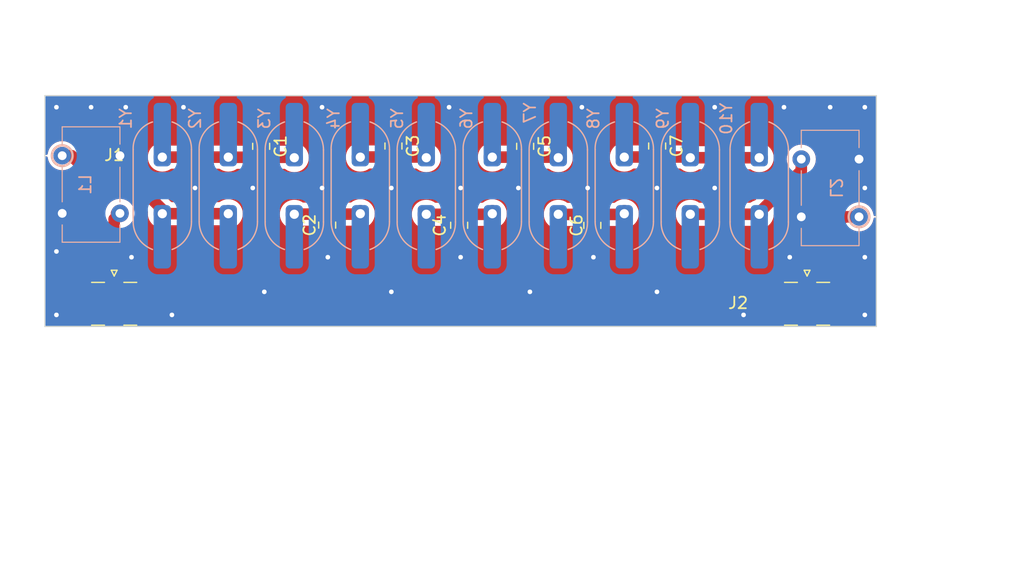
<source format=kicad_pcb>
(kicad_pcb (version 20221018) (generator pcbnew)
  (layers (0 "F.Cu" signal) (31 "B.Cu" signal) (34 "B.Paste" user) (35 "F.Paste" user) (36 "B.SilkS" user "B.Silkscreen") (37 "F.SilkS" user "F.Silkscreen") (38 "B.Mask" user) (39 "F.Mask" user) (44 "Edge.Cuts" user))
  (net 0 "")
  (net 1 "Earth")
  (net 2 "Net-(C1-Pad2)")
  (net 3 "Net-(C2-Pad2)")
  (net 4 "Net-(C3-Pad2)")
  (net 5 "Net-(C4-Pad2)")
  (net 6 "Net-(C5-Pad2)")
  (net 7 "Net-(C6-Pad2)")
  (net 8 "Net-(C7-Pad2)")
  (net 9 "Net-(J1-In)")
  (net 10 "Net-(J2-In)")
  (net 11 "Net-(L1-Pad1)")
  (net 12 "Net-(L2-Pad3)")
  (footprint "Capacitor_SMD:C_0805_2012Metric" (layer "F.Cu") (at -552.2722 71.3892 -90)
    (fp_text reference "C1" (at 0 -1.68 90) (layer "F.SilkS"))
    (fp_text value "330")
    (fp_line (start -0.261252 -0.735) (end 0.261252 -0.735) (stroke (width 0.12)) (layer "F.SilkS"))
    (fp_line (start -0.261252 0.735) (end 0.261252 0.735) (stroke (width 0.12)) (layer "F.SilkS"))
    (pad "1" smd roundrect (at -0.95 0 270) (size 1 1.45) (layers "F.Cu" "F.Paste" "F.Mask") (net 1 "Earth"))
    (pad "2" smd roundrect (at 0.95 0 270) (size 1 1.45) (layers "F.Cu" "F.Paste" "F.Mask") (net 2 "Net-(C1-Pad2)"))
  )
  (footprint "Capacitor_SMD:C_0805_2012Metric" (layer "F.Cu") (at -529.4122 71.3892 -90)
    (fp_text reference "C5" (at 0 -1.68 90) (layer "F.SilkS"))
    (fp_text value "330")
    (fp_line (start -0.261252 -0.735) (end 0.261252 -0.735) (stroke (width 0.12)) (layer "F.SilkS"))
    (fp_line (start -0.261252 0.735) (end 0.261252 0.735) (stroke (width 0.12)) (layer "F.SilkS"))
    (pad "1" smd roundrect (at -0.95 0 270) (size 1 1.45) (layers "F.Cu" "F.Paste" "F.Mask") (net 1 "Earth"))
    (pad "2" smd roundrect (at 0.95 0 270) (size 1 1.45) (layers "F.Cu" "F.Paste" "F.Mask") (net 6 "Net-(C5-Pad2)"))
  )
  (footprint "Capacitor_SMD:C_0805_2012Metric" (layer "F.Cu") (at -523.5956 78.2422 90)
    (fp_text reference "C6" (at 0 -1.3716 90) (layer "F.SilkS"))
    (fp_text value "330")
    (fp_line (start -0.261252 -0.735) (end 0.261252 -0.735) (stroke (width 0.12)) (layer "F.SilkS"))
    (fp_line (start -0.261252 0.735) (end 0.261252 0.735) (stroke (width 0.12)) (layer "F.SilkS"))
    (pad "1" smd roundrect (at -0.95 0 90) (size 1 1.45) (layers "F.Cu" "F.Paste" "F.Mask") (net 1 "Earth"))
    (pad "2" smd roundrect (at 0.95 0 90) (size 1 1.45) (layers "F.Cu" "F.Paste" "F.Mask") (net 7 "Net-(C6-Pad2)"))
  )
  (footprint "Connector_Coaxial:SMA_Samtec_SMA-J-P-X-ST-EM1_EdgeMount" (layer "F.Cu") (at -565 84.89)
    (fp_text reference "J1" (at 0 -12.7445) (layer "F.SilkS"))
    (fp_text value "Input")
    (fp_line (start -1.95 -1.71) (end -0.84 -1.71) (stroke (width 0.12)) (layer "F.SilkS"))
    (fp_line (start -1.95 2) (end -0.84 2) (stroke (width 0.12)) (layer "F.SilkS"))
    (fp_line (start -0.25 -2.76) (end 0 -2.26) (stroke (width 0.12)) (layer "F.SilkS"))
    (fp_line (start 0 -2.26) (end 0.25 -2.76) (stroke (width 0.12)) (layer "F.SilkS"))
    (fp_line (start 0.25 -2.76) (end -0.25 -2.76) (stroke (width 0.12)) (layer "F.SilkS"))
    (fp_line (start 0.84 -1.71) (end 1.95 -1.71) (stroke (width 0.12)) (layer "F.SilkS"))
    (fp_line (start 0.84 2) (end 1.95 2) (stroke (width 0.12)) (layer "F.SilkS"))
    (pad "1" smd rect (at 0 0.2) (size 1.27 3.6) (layers "F.Cu" "F.Paste" "F.Mask") (net 9 "Net-(J1-In)"))
    (pad "2" smd rect (at -2.825 0) (size 1.35 4.2) (layers "F.Cu" "F.Paste" "F.Mask") (net 1 "Earth"))
    (pad "2" smd rect (at -2.825 0) (size 1.35 4.2) (layers "B.Cu" "B.Paste" "B.Mask") (net 1 "Earth"))
    (pad "2" smd rect (at 2.825 0) (size 1.35 4.2) (layers "F.Cu" "F.Paste" "F.Mask") (net 1 "Earth"))
    (pad "2" smd rect (at 2.825 0) (size 1.35 4.2) (layers "B.Cu" "B.Paste" "B.Mask") (net 1 "Earth"))
  )
  (footprint "Capacitor_SMD:C_0805_2012Metric" (layer "F.Cu") (at -517.9822 71.3638 -90)
    (fp_text reference "C7" (at 0 -1.68 90) (layer "F.SilkS"))
    (fp_text value "330")
    (fp_line (start -0.261252 -0.735) (end 0.261252 -0.735) (stroke (width 0.12)) (layer "F.SilkS"))
    (fp_line (start -0.261252 0.735) (end 0.261252 0.735) (stroke (width 0.12)) (layer "F.SilkS"))
    (pad "1" smd roundrect (at -0.95 0 270) (size 1 1.45) (layers "F.Cu" "F.Paste" "F.Mask") (net 1 "Earth"))
    (pad "2" smd roundrect (at 0.95 0 270) (size 1 1.45) (layers "F.Cu" "F.Paste" "F.Mask") (net 8 "Net-(C7-Pad2)"))
  )
  (footprint "Capacitor_SMD:C_0805_2012Metric" (layer "F.Cu") (at -546.5572 78.2168 90)
    (fp_text reference "C2" (at 0 -1.524 90) (layer "F.SilkS"))
    (fp_text value "330")
    (fp_line (start -0.261252 -0.735) (end 0.261252 -0.735) (stroke (width 0.12)) (layer "F.SilkS"))
    (fp_line (start -0.261252 0.735) (end 0.261252 0.735) (stroke (width 0.12)) (layer "F.SilkS"))
    (pad "1" smd roundrect (at -0.95 0 90) (size 1 1.45) (layers "F.Cu" "F.Paste" "F.Mask") (net 1 "Earth"))
    (pad "2" smd roundrect (at 0.95 0 90) (size 1 1.45) (layers "F.Cu" "F.Paste" "F.Mask") (net 3 "Net-(C2-Pad2)"))
  )
  (footprint "Capacitor_SMD:C_0805_2012Metric" (layer "F.Cu") (at -540.8168 71.3638 -90)
    (fp_text reference "C3" (at 0 -1.68 90) (layer "F.SilkS"))
    (fp_text value "330")
    (fp_line (start -0.261252 -0.735) (end 0.261252 -0.735) (stroke (width 0.12)) (layer "F.SilkS"))
    (fp_line (start -0.261252 0.735) (end 0.261252 0.735) (stroke (width 0.12)) (layer "F.SilkS"))
    (pad "1" smd roundrect (at -0.95 0 270) (size 1 1.45) (layers "F.Cu" "F.Paste" "F.Mask") (net 1 "Earth"))
    (pad "2" smd roundrect (at 0.95 0 270) (size 1 1.45) (layers "F.Cu" "F.Paste" "F.Mask") (net 4 "Net-(C3-Pad2)"))
  )
  (footprint "Capacitor_SMD:C_0805_2012Metric" (layer "F.Cu") (at -535.1272 78.232 90)
    (fp_text reference "C4" (at 0 -1.68 90) (layer "F.SilkS"))
    (fp_text value "330")
    (fp_line (start -0.261252 -0.735) (end 0.261252 -0.735) (stroke (width 0.12)) (layer "F.SilkS"))
    (fp_line (start -0.261252 0.735) (end 0.261252 0.735) (stroke (width 0.12)) (layer "F.SilkS"))
    (pad "1" smd roundrect (at -0.95 0 90) (size 1 1.45) (layers "F.Cu" "F.Paste" "F.Mask") (net 1 "Earth"))
    (pad "2" smd roundrect (at 0.95 0 90) (size 1 1.45) (layers "F.Cu" "F.Paste" "F.Mask") (net 5 "Net-(C4-Pad2)"))
  )
  (footprint "Connector_Coaxial:SMA_Samtec_SMA-J-P-X-ST-EM1_EdgeMount" (layer "F.Cu") (at -505 84.89)
    (fp_text reference "J2" (at -5.969 0.073) (layer "F.SilkS"))
    (fp_text value "Output")
    (fp_line (start -1.95 -1.71) (end -0.84 -1.71) (stroke (width 0.12)) (layer "F.SilkS"))
    (fp_line (start -1.95 2) (end -0.84 2) (stroke (width 0.12)) (layer "F.SilkS"))
    (fp_line (start -0.25 -2.76) (end 0 -2.26) (stroke (width 0.12)) (layer "F.SilkS"))
    (fp_line (start 0 -2.26) (end 0.25 -2.76) (stroke (width 0.12)) (layer "F.SilkS"))
    (fp_line (start 0.25 -2.76) (end -0.25 -2.76) (stroke (width 0.12)) (layer "F.SilkS"))
    (fp_line (start 0.84 -1.71) (end 1.95 -1.71) (stroke (width 0.12)) (layer "F.SilkS"))
    (fp_line (start 0.84 2) (end 1.95 2) (stroke (width 0.12)) (layer "F.SilkS"))
    (pad "1" smd rect (at 0 0.2) (size 1.27 3.6) (layers "F.Cu" "F.Paste" "F.Mask") (net 10 "Net-(J2-In)"))
    (pad "2" smd rect (at -2.825 0) (size 1.35 4.2) (layers "F.Cu" "F.Paste" "F.Mask") (net 1 "Earth"))
    (pad "2" smd rect (at -2.825 0) (size 1.35 4.2) (layers "B.Cu" "B.Paste" "B.Mask") (net 1 "Earth"))
    (pad "2" smd rect (at 2.825 0) (size 1.35 4.2) (layers "F.Cu" "F.Paste" "F.Mask") (net 1 "Earth"))
    (pad "2" smd rect (at 2.825 0) (size 1.35 4.2) (layers "B.Cu" "B.Paste" "B.Mask") (net 1 "Earth"))
  )
  (footprint "PhilsFootprintLibrary:Crystal_HC49-US_Vertical" (layer "B.Cu") (at -560.832 77.228 90)
    (fp_text reference "Y1" (at 8.228 -3.168 90) (layer "B.SilkS") (effects (justify mirror)))
    (fp_text value "8MHz")
    (fp_line (start -0.685 -2.525) (end 5.565 -2.525) (stroke (width 0.12)) (layer "B.SilkS"))
    (fp_line (start -0.685 2.525) (end 5.565 2.525) (stroke (width 0.12)) (layer "B.SilkS"))
    (fp_arc (start -3.1 -0.85) (mid -2.151701 -2.061213) (end -0.685 -2.525) (stroke (width 0.12)) (layer "B.SilkS"))
    (fp_arc (start -0.702178 2.525) (mid -2.16464 2.064782) (end -3.1 0.85) (stroke (width 0.12)) (layer "B.SilkS"))
    (fp_arc (start 5.565 -2.525) (mid 7.036276 -2.084444) (end 7.95 -0.85) (stroke (width 0.12)) (layer "B.SilkS"))
    (fp_arc (start 7.95 0.85) (mid 7.030668 2.076458) (end 5.565 2.525) (stroke (width 0.12)) (layer "B.SilkS"))
    (pad "1" thru_hole circle (at 0 0 90) (size 1.5 1.5) (drill 0.8) (layers "*.Cu" "*.Mask") (net 11 "Net-(L1-Pad1)"))
    (pad "1" smd roundrect (at 0 0 90) (size 5.5 1.5) (drill (offset -2 0)) (layers "B.Cu" "B.Paste" "B.Mask") (net 11 "Net-(L1-Pad1)"))
    (pad "2" thru_hole circle (at 4.9 0 90) (size 1.5 1.5) (drill 0.8) (layers "*.Cu" "*.Mask") (net 2 "Net-(C1-Pad2)"))
    (pad "2" smd roundrect (at 5.1 0 90) (size 5.5 1.5) (drill (offset 1.75 0)) (layers "B.Cu" "B.Paste" "B.Mask") (net 2 "Net-(C1-Pad2)"))
  )
  (footprint "PhilsFootprintLibrary:Crystal_HC49-US_Vertical" (layer "B.Cu") (at -555.117 77.228 90)
    (fp_text reference "Y2" (at 8.228 -2.883 90) (layer "B.SilkS") (effects (justify mirror)))
    (fp_text value "8MHz")
    (fp_line (start -0.685 -2.525) (end 5.565 -2.525) (stroke (width 0.12)) (layer "B.SilkS"))
    (fp_line (start -0.685 2.525) (end 5.565 2.525) (stroke (width 0.12)) (layer "B.SilkS"))
    (fp_arc (start -3.1 -0.85) (mid -2.151701 -2.061213) (end -0.685 -2.525) (stroke (width 0.12)) (layer "B.SilkS"))
    (fp_arc (start -0.702178 2.525) (mid -2.16464 2.064782) (end -3.1 0.85) (stroke (width 0.12)) (layer "B.SilkS"))
    (fp_arc (start 5.565 -2.525) (mid 7.036276 -2.084444) (end 7.95 -0.85) (stroke (width 0.12)) (layer "B.SilkS"))
    (fp_arc (start 7.95 0.85) (mid 7.030668 2.076458) (end 5.565 2.525) (stroke (width 0.12)) (layer "B.SilkS"))
    (pad "1" thru_hole circle (at 0 0 90) (size 1.5 1.5) (drill 0.8) (layers "*.Cu" "*.Mask") (net 11 "Net-(L1-Pad1)"))
    (pad "1" smd roundrect (at 0 0 90) (size 5.5 1.5) (drill (offset -2 0)) (layers "B.Cu" "B.Paste" "B.Mask") (net 11 "Net-(L1-Pad1)"))
    (pad "2" thru_hole circle (at 4.9 0 90) (size 1.5 1.5) (drill 0.8) (layers "*.Cu" "*.Mask") (net 2 "Net-(C1-Pad2)"))
    (pad "2" smd roundrect (at 5.1 0 90) (size 5.5 1.5) (drill (offset 1.75 0)) (layers "B.Cu" "B.Paste" "B.Mask") (net 2 "Net-(C1-Pad2)"))
  )
  (footprint "PhilsFootprintLibrary:Crystal_HC49-US_Vertical" (layer "B.Cu") (at -537.972 72.378 -90)
    (fp_text reference "Y5" (at -3.378 2.528 90) (layer "B.SilkS") (effects (justify mirror)))
    (fp_text value "8MHz")
    (fp_line (start -0.685 -2.525) (end 5.565 -2.525) (stroke (width 0.12)) (layer "B.SilkS"))
    (fp_line (start -0.685 2.525) (end 5.565 2.525) (stroke (width 0.12)) (layer "B.SilkS"))
    (fp_arc (start -3.1 -0.85) (mid -2.151701 -2.061213) (end -0.685 -2.525) (stroke (width 0.12)) (layer "B.SilkS"))
    (fp_arc (start -0.702178 2.525) (mid -2.16464 2.064782) (end -3.1 0.85) (stroke (width 0.12)) (layer "B.SilkS"))
    (fp_arc (start 5.565 -2.525) (mid 7.036276 -2.084444) (end 7.95 -0.85) (stroke (width 0.12)) (layer "B.SilkS"))
    (fp_arc (start 7.95 0.85) (mid 7.030668 2.076458) (end 5.565 2.525) (stroke (width 0.12)) (layer "B.SilkS"))
    (pad "1" thru_hole circle (at 0 0 270) (size 1.5 1.5) (drill 0.8) (layers "*.Cu" "*.Mask") (net 4 "Net-(C3-Pad2)"))
    (pad "1" smd roundrect (at 0 0 270) (size 5.5 1.5) (drill (offset -2 0)) (layers "B.Cu" "B.Paste" "B.Mask") (net 4 "Net-(C3-Pad2)"))
    (pad "2" thru_hole circle (at 4.9 0 270) (size 1.5 1.5) (drill 0.8) (layers "*.Cu" "*.Mask") (net 5 "Net-(C4-Pad2)"))
    (pad "2" smd roundrect (at 5.1 0 270) (size 5.5 1.5) (drill (offset 1.75 0)) (layers "B.Cu" "B.Paste" "B.Mask") (net 5 "Net-(C4-Pad2)"))
  )
  (footprint "PhilsFootprintLibrary:Crystal_HC49-US_Vertical" (layer "B.Cu") (at -549.402 72.378 -90)
    (fp_text reference "Y3" (at -3.378 2.598 90) (layer "B.SilkS") (effects (justify mirror)))
    (fp_text value "8MHz")
    (fp_line (start -0.685 -2.525) (end 5.565 -2.525) (stroke (width 0.12)) (layer "B.SilkS"))
    (fp_line (start -0.685 2.525) (end 5.565 2.525) (stroke (width 0.12)) (layer "B.SilkS"))
    (fp_arc (start -3.1 -0.85) (mid -2.151701 -2.061213) (end -0.685 -2.525) (stroke (width 0.12)) (layer "B.SilkS"))
    (fp_arc (start -0.702178 2.525) (mid -2.16464 2.064782) (end -3.1 0.85) (stroke (width 0.12)) (layer "B.SilkS"))
    (fp_arc (start 5.565 -2.525) (mid 7.036276 -2.084444) (end 7.95 -0.85) (stroke (width 0.12)) (layer "B.SilkS"))
    (fp_arc (start 7.95 0.85) (mid 7.030668 2.076458) (end 5.565 2.525) (stroke (width 0.12)) (layer "B.SilkS"))
    (pad "1" thru_hole circle (at 0 0 270) (size 1.5 1.5) (drill 0.8) (layers "*.Cu" "*.Mask") (net 2 "Net-(C1-Pad2)"))
    (pad "1" smd roundrect (at 0 0 270) (size 5.5 1.5) (drill (offset -2 0)) (layers "B.Cu" "B.Paste" "B.Mask") (net 2 "Net-(C1-Pad2)"))
    (pad "2" thru_hole circle (at 4.9 0 270) (size 1.5 1.5) (drill 0.8) (layers "*.Cu" "*.Mask") (net 3 "Net-(C2-Pad2)"))
    (pad "2" smd roundrect (at 5.1 0 270) (size 5.5 1.5) (drill (offset 1.75 0)) (layers "B.Cu" "B.Paste" "B.Mask") (net 3 "Net-(C2-Pad2)"))
  )
  (footprint "PhilsFootprintLibrary:Crystal_HC49-US_Vertical" (layer "B.Cu") (at -520.827 77.228 90)
    (fp_text reference "Y8" (at 8.228 -2.673 90) (layer "B.SilkS") (effects (justify mirror)))
    (fp_text value "8MHz")
    (fp_line (start -0.685 -2.525) (end 5.565 -2.525) (stroke (width 0.12)) (layer "B.SilkS"))
    (fp_line (start -0.685 2.525) (end 5.565 2.525) (stroke (width 0.12)) (layer "B.SilkS"))
    (fp_arc (start -3.1 -0.85) (mid -2.151701 -2.061213) (end -0.685 -2.525) (stroke (width 0.12)) (layer "B.SilkS"))
    (fp_arc (start -0.702178 2.525) (mid -2.16464 2.064782) (end -3.1 0.85) (stroke (width 0.12)) (layer "B.SilkS"))
    (fp_arc (start 5.565 -2.525) (mid 7.036276 -2.084444) (end 7.95 -0.85) (stroke (width 0.12)) (layer "B.SilkS"))
    (fp_arc (start 7.95 0.85) (mid 7.030668 2.076458) (end 5.565 2.525) (stroke (width 0.12)) (layer "B.SilkS"))
    (pad "1" thru_hole circle (at 0 0 90) (size 1.5 1.5) (drill 0.8) (layers "*.Cu" "*.Mask") (net 7 "Net-(C6-Pad2)"))
    (pad "1" smd roundrect (at 0 0 90) (size 5.5 1.5) (drill (offset -2 0)) (layers "B.Cu" "B.Paste" "B.Mask") (net 7 "Net-(C6-Pad2)"))
    (pad "2" thru_hole circle (at 4.9 0 90) (size 1.5 1.5) (drill 0.8) (layers "*.Cu" "*.Mask") (net 8 "Net-(C7-Pad2)"))
    (pad "2" smd roundrect (at 5.1 0 90) (size 5.5 1.5) (drill (offset 1.75 0)) (layers "B.Cu" "B.Paste" "B.Mask") (net 8 "Net-(C7-Pad2)"))
  )
  (footprint "PhilsFootprintLibrary:Crystal_HC49-US_Vertical" (layer "B.Cu") (at -543.687 77.228 90)
    (fp_text reference "Y4" (at 8.228 -2.313 90) (layer "B.SilkS") (effects (justify mirror)))
    (fp_text value "8MHz")
    (fp_line (start -0.685 -2.525) (end 5.565 -2.525) (stroke (width 0.12)) (layer "B.SilkS"))
    (fp_line (start -0.685 2.525) (end 5.565 2.525) (stroke (width 0.12)) (layer "B.SilkS"))
    (fp_arc (start -3.1 -0.85) (mid -2.151701 -2.061213) (end -0.685 -2.525) (stroke (width 0.12)) (layer "B.SilkS"))
    (fp_arc (start -0.702178 2.525) (mid -2.16464 2.064782) (end -3.1 0.85) (stroke (width 0.12)) (layer "B.SilkS"))
    (fp_arc (start 5.565 -2.525) (mid 7.036276 -2.084444) (end 7.95 -0.85) (stroke (width 0.12)) (layer "B.SilkS"))
    (fp_arc (start 7.95 0.85) (mid 7.030668 2.076458) (end 5.565 2.525) (stroke (width 0.12)) (layer "B.SilkS"))
    (pad "1" thru_hole circle (at 0 0 90) (size 1.5 1.5) (drill 0.8) (layers "*.Cu" "*.Mask") (net 3 "Net-(C2-Pad2)"))
    (pad "1" smd roundrect (at 0 0 90) (size 5.5 1.5) (drill (offset -2 0)) (layers "B.Cu" "B.Paste" "B.Mask") (net 3 "Net-(C2-Pad2)"))
    (pad "2" thru_hole circle (at 4.9 0 90) (size 1.5 1.5) (drill 0.8) (layers "*.Cu" "*.Mask") (net 4 "Net-(C3-Pad2)"))
    (pad "2" smd roundrect (at 5.1 0 90) (size 5.5 1.5) (drill (offset 1.75 0)) (layers "B.Cu" "B.Paste" "B.Mask") (net 4 "Net-(C3-Pad2)"))
  )
  (footprint "PhilsFootprintLibrary:Crystal_HC49-US_Vertical" (layer "B.Cu") (at -515.112 72.378 -90)
    (fp_text reference "Y9" (at -3.378 2.388 90) (layer "B.SilkS") (effects (justify mirror)))
    (fp_text value "8MHz")
    (fp_line (start -0.685 -2.525) (end 5.565 -2.525) (stroke (width 0.12)) (layer "B.SilkS"))
    (fp_line (start -0.685 2.525) (end 5.565 2.525) (stroke (width 0.12)) (layer "B.SilkS"))
    (fp_arc (start -3.1 -0.85) (mid -2.151701 -2.061213) (end -0.685 -2.525) (stroke (width 0.12)) (layer "B.SilkS"))
    (fp_arc (start -0.702178 2.525) (mid -2.16464 2.064782) (end -3.1 0.85) (stroke (width 0.12)) (layer "B.SilkS"))
    (fp_arc (start 5.565 -2.525) (mid 7.036276 -2.084444) (end 7.95 -0.85) (stroke (width 0.12)) (layer "B.SilkS"))
    (fp_arc (start 7.95 0.85) (mid 7.030668 2.076458) (end 5.565 2.525) (stroke (width 0.12)) (layer "B.SilkS"))
    (pad "1" thru_hole circle (at 0 0 270) (size 1.5 1.5) (drill 0.8) (layers "*.Cu" "*.Mask") (net 8 "Net-(C7-Pad2)"))
    (pad "1" smd roundrect (at 0 0 270) (size 5.5 1.5) (drill (offset -2 0)) (layers "B.Cu" "B.Paste" "B.Mask") (net 8 "Net-(C7-Pad2)"))
    (pad "2" thru_hole circle (at 4.9 0 270) (size 1.5 1.5) (drill 0.8) (layers "*.Cu" "*.Mask") (net 12 "Net-(L2-Pad3)"))
    (pad "2" smd roundrect (at 5.1 0 270) (size 5.5 1.5) (drill (offset 1.75 0)) (layers "B.Cu" "B.Paste" "B.Mask") (net 12 "Net-(L2-Pad3)"))
  )
  (footprint "PhilsFootprintLibrary:Crystal_HC49-US_Vertical" (layer "B.Cu") (at -509.143 72.378 -90)
    (fp_text reference "Y10" (at -3.378 2.857 90) (layer "B.SilkS") (effects (justify mirror)))
    (fp_text value "8MHz")
    (fp_line (start -0.685 -2.525) (end 5.565 -2.525) (stroke (width 0.12)) (layer "B.SilkS"))
    (fp_line (start -0.685 2.525) (end 5.565 2.525) (stroke (width 0.12)) (layer "B.SilkS"))
    (fp_arc (start -3.1 -0.85) (mid -2.151701 -2.061213) (end -0.685 -2.525) (stroke (width 0.12)) (layer "B.SilkS"))
    (fp_arc (start -0.702178 2.525) (mid -2.16464 2.064782) (end -3.1 0.85) (stroke (width 0.12)) (layer "B.SilkS"))
    (fp_arc (start 5.565 -2.525) (mid 7.036276 -2.084444) (end 7.95 -0.85) (stroke (width 0.12)) (layer "B.SilkS"))
    (fp_arc (start 7.95 0.85) (mid 7.030668 2.076458) (end 5.565 2.525) (stroke (width 0.12)) (layer "B.SilkS"))
    (pad "1" thru_hole circle (at 0 0 270) (size 1.5 1.5) (drill 0.8) (layers "*.Cu" "*.Mask") (net 8 "Net-(C7-Pad2)"))
    (pad "1" smd roundrect (at 0 0 270) (size 5.5 1.5) (drill (offset -2 0)) (layers "B.Cu" "B.Paste" "B.Mask") (net 8 "Net-(C7-Pad2)"))
    (pad "2" thru_hole circle (at 4.9 0 270) (size 1.5 1.5) (drill 0.8) (layers "*.Cu" "*.Mask") (net 12 "Net-(L2-Pad3)"))
    (pad "2" smd roundrect (at 5.1 0 270) (size 5.5 1.5) (drill (offset 1.75 0)) (layers "B.Cu" "B.Paste" "B.Mask") (net 12 "Net-(L2-Pad3)"))
  )
  (footprint "PhilsFootprintLibrary:Crystal_HC49-US_Vertical" (layer "B.Cu") (at -532.257 77.228 90)
    (fp_text reference "Y6" (at 8.228 -2.243 90) (layer "B.SilkS") (effects (justify mirror)))
    (fp_text value "8MHz")
    (fp_line (start -0.685 -2.525) (end 5.565 -2.525) (stroke (width 0.12)) (layer "B.SilkS"))
    (fp_line (start -0.685 2.525) (end 5.565 2.525) (stroke (width 0.12)) (layer "B.SilkS"))
    (fp_arc (start -3.1 -0.85) (mid -2.151701 -2.061213) (end -0.685 -2.525) (stroke (width 0.12)) (layer "B.SilkS"))
    (fp_arc (start -0.702178 2.525) (mid -2.16464 2.064782) (end -3.1 0.85) (stroke (width 0.12)) (layer "B.SilkS"))
    (fp_arc (start 5.565 -2.525) (mid 7.036276 -2.084444) (end 7.95 -0.85) (stroke (width 0.12)) (layer "B.SilkS"))
    (fp_arc (start 7.95 0.85) (mid 7.030668 2.076458) (end 5.565 2.525) (stroke (width 0.12)) (layer "B.SilkS"))
    (pad "1" thru_hole circle (at 0 0 90) (size 1.5 1.5) (drill 0.8) (layers "*.Cu" "*.Mask") (net 5 "Net-(C4-Pad2)"))
    (pad "1" smd roundrect (at 0 0 90) (size 5.5 1.5) (drill (offset -2 0)) (layers "B.Cu" "B.Paste" "B.Mask") (net 5 "Net-(C4-Pad2)"))
    (pad "2" thru_hole circle (at 4.9 0 90) (size 1.5 1.5) (drill 0.8) (layers "*.Cu" "*.Mask") (net 6 "Net-(C5-Pad2)"))
    (pad "2" smd roundrect (at 5.1 0 90) (size 5.5 1.5) (drill (offset 1.75 0)) (layers "B.Cu" "B.Paste" "B.Mask") (net 6 "Net-(C5-Pad2)"))
  )
  (footprint "PhilsFootprintLibrary:Transformer_T37_W10_P5mm_1" (layer "B.Cu") (at -503 75 90)
    (fp_text reference "L2" (at 0 0.5 270 unlocked) (layer "B.SilkS") (effects (justify mirror)))
    (fp_text value "TR")
    (fp_line (start -5 -2.5) (end -5 2.5) (stroke (width 0.1)) (layer "B.SilkS"))
    (fp_line (start -5 2.5) (end -3.5 2.5) (stroke (width 0.1)) (layer "B.SilkS"))
    (fp_line (start -3.5 -2.5) (end -5 -2.5) (stroke (width 0.1)) (layer "B.SilkS"))
    (fp_line (start -1.5 2.5) (end 1.5 2.5) (stroke (width 0.1)) (layer "B.SilkS"))
    (fp_line (start 1.5 -2.5) (end -1.5 -2.5) (stroke (width 0.1)) (layer "B.SilkS"))
    (fp_line (start 3.5 2.5) (end 5 2.5) (stroke (width 0.1)) (layer "B.SilkS"))
    (fp_line (start 5 -2.5) (end 3.5 -2.5) (stroke (width 0.1)) (layer "B.SilkS"))
    (fp_line (start 5 2.5) (end 5 -2.5) (stroke (width 0.1)) (layer "B.SilkS"))
    (fp_circle (center -2.5 2.5) (end -1.6 2.5) (stroke (width 0.2)) (fill none) (layer "B.SilkS"))
    (pad "1" thru_hole circle (at -2.5 2.5 90) (size 1.524 1.524) (drill 0.762) (layers "*.Cu" "*.Mask") (net 10 "Net-(J2-In)"))
    (pad "2" thru_hole circle (at 2.5 2.5 90) (size 1.524 1.524) (drill 0.762) (layers "*.Cu" "*.Mask") (net 1 "Earth"))
    (pad "3" thru_hole circle (at 2.5 -2.5 90) (size 1.524 1.524) (drill 0.762) (layers "*.Cu" "*.Mask") (net 12 "Net-(L2-Pad3)"))
    (pad "4" thru_hole circle (at -2.5 -2.5 90) (size 1.524 1.524) (drill 0.762) (layers "*.Cu" "*.Mask") (net 1 "Earth"))
  )
  (footprint "PhilsFootprintLibrary:Transformer_T37_W10_P5mm_1" (layer "B.Cu") (at -567 74.7 -90)
    (fp_text reference "L1" (at 0 0.5 90 unlocked) (layer "B.SilkS") (effects (justify mirror)))
    (fp_text value "TR")
    (fp_line (start -5 -2.5) (end -5 2.5) (stroke (width 0.1)) (layer "B.SilkS"))
    (fp_line (start -5 2.5) (end -3.5 2.5) (stroke (width 0.1)) (layer "B.SilkS"))
    (fp_line (start -3.5 -2.5) (end -5 -2.5) (stroke (width 0.1)) (layer "B.SilkS"))
    (fp_line (start -1.5 2.5) (end 1.5 2.5) (stroke (width 0.1)) (layer "B.SilkS"))
    (fp_line (start 1.5 -2.5) (end -1.5 -2.5) (stroke (width 0.1)) (layer "B.SilkS"))
    (fp_line (start 3.5 2.5) (end 5 2.5) (stroke (width 0.1)) (layer "B.SilkS"))
    (fp_line (start 5 -2.5) (end 3.5 -2.5) (stroke (width 0.1)) (layer "B.SilkS"))
    (fp_line (start 5 2.5) (end 5 -2.5) (stroke (width 0.1)) (layer "B.SilkS"))
    (fp_circle (center -2.5 2.5) (end -1.6 2.5) (stroke (width 0.2)) (fill none) (layer "B.SilkS"))
    (pad "1" thru_hole circle (at -2.5 2.5 270) (size 1.524 1.524) (drill 0.762) (layers "*.Cu" "*.Mask") (net 11 "Net-(L1-Pad1)"))
    (pad "2" thru_hole circle (at 2.5 2.5 270) (size 1.524 1.524) (drill 0.762) (layers "*.Cu" "*.Mask") (net 1 "Earth"))
    (pad "3" thru_hole circle (at 2.5 -2.5 270) (size 1.524 1.524) (drill 0.762) (layers "*.Cu" "*.Mask") (net 9 "Net-(J1-In)"))
    (pad "4" thru_hole circle (at -2.5 -2.5 270) (size 1.524 1.524) (drill 0.762) (layers "*.Cu" "*.Mask") (net 1 "Earth"))
  )
  (footprint "PhilsFootprintLibrary:Crystal_HC49-US_Vertical" (layer "B.Cu") (at -526.542 72.378 -90)
    (fp_text reference "Y7" (at -3.878 2.458 90) (layer "B.SilkS") (effects (justify mirror)))
    (fp_text value "8MHz")
    (fp_line (start -0.685 -2.525) (end 5.565 -2.525) (stroke (width 0.12)) (layer "B.SilkS"))
    (fp_line (start -0.685 2.525) (end 5.565 2.525) (stroke (width 0.12)) (layer "B.SilkS"))
    (fp_arc (start -3.1 -0.85) (mid -2.151701 -2.061213) (end -0.685 -2.525) (stroke (width 0.12)) (layer "B.SilkS"))
    (fp_arc (start -0.702178 2.525) (mid -2.16464 2.064782) (end -3.1 0.85) (stroke (width 0.12)) (layer "B.SilkS"))
    (fp_arc (start 5.565 -2.525) (mid 7.036276 -2.084444) (end 7.95 -0.85) (stroke (width 0.12)) (layer "B.SilkS"))
    (fp_arc (start 7.95 0.85) (mid 7.030668 2.076458) (end 5.565 2.525) (stroke (width 0.12)) (layer "B.SilkS"))
    (pad "1" thru_hole circle (at 0 0 270) (size 1.5 1.5) (drill 0.8) (layers "*.Cu" "*.Mask") (net 6 "Net-(C5-Pad2)"))
    (pad "1" smd roundrect (at 0 0 270) (size 5.5 1.5) (drill (offset -2 0)) (layers "B.Cu" "B.Paste" "B.Mask") (net 6 "Net-(C5-Pad2)"))
    (pad "2" thru_hole circle (at 4.9 0 270) (size 1.5 1.5) (drill 0.8) (layers "*.Cu" "*.Mask") (net 7 "Net-(C6-Pad2)"))
    (pad "2" smd roundrect (at 5.1 0 270) (size 5.5 1.5) (drill (offset 1.75 0)) (layers "B.Cu" "B.Paste" "B.Mask") (net 7 "Net-(C6-Pad2)"))
  )
  (gr_line (start -499 87) (end -499 67) (stroke (width 0.1)) (layer "Edge.Cuts"))
  (gr_line (start -571 67) (end -571 87) (stroke (width 0.1)) (layer "Edge.Cuts"))
  (gr_line (start -571 87) (end -499 87) (stroke (width 0.1)) (layer "Edge.Cuts"))
  (gr_line (start -499 67) (end -571 67) (stroke (width 0.1)) (layer "Edge.Cuts"))
  (via (at -553 75) (size 0.8) (drill 0.4) (layers "F.Cu" "B.Cu") (net 1))
  (via (at -535 75) (size 0.8) (drill 0.4) (layers "F.Cu" "B.Cu") (net 1))
  (via (at -503 68) (size 0.8) (drill 0.4) (layers "F.Cu" "B.Cu") (net 1))
  (via (at -546.5 81) (size 0.8) (drill 0.4) (layers "F.Cu" "B.Cu") (net 1))
  (via (at -523.5 81) (size 0.8) (drill 0.4) (layers "F.Cu" "B.Cu") (net 1))
  (via (at -558 75) (size 0.8) (drill 0.4) (layers "F.Cu" "B.Cu") (net 1))
  (via (at -563.5 81) (size 0.8) (drill 0.4) (layers "F.Cu" "B.Cu") (net 1))
  (via (at -535 81) (size 0.8) (drill 0.4) (layers "F.Cu" "B.Cu") (net 1))
  (via (at -518 84) (size 0.8) (drill 0.4) (layers "F.Cu" "B.Cu") (net 1))
  (via (at -559 68) (size 0.8) (drill 0.4) (layers "F.Cu" "B.Cu") (net 1))
  (via (at -560 86) (size 0.8) (drill 0.4) (layers "F.Cu" "B.Cu") (net 1))
  (via (at -536 68) (size 0.8) (drill 0.4) (layers "F.Cu" "B.Cu") (net 1))
  (via (at -510.5 86) (size 0.8) (drill 0.4) (layers "F.Cu" "B.Cu") (net 1))
  (via (at -564 68) (size 0.8) (drill 0.4) (layers "F.Cu" "B.Cu") (net 1))
  (via (at -552 84) (size 0.8) (drill 0.4) (layers "F.Cu" "B.Cu") (net 1))
  (via (at -547 68) (size 0.8) (drill 0.4) (layers "F.Cu" "B.Cu") (net 1))
  (via (at -524 75) (size 0.8) (drill 0.4) (layers "F.Cu" "B.Cu") (net 1))
  (via (at -570 68) (size 0.8) (drill 0.4) (layers "F.Cu" "B.Cu") (net 1))
  (via (at -500 86) (size 0.8) (drill 0.4) (layers "F.Cu" "B.Cu") (net 1))
  (via (at -518 75) (size 0.8) (drill 0.4) (layers "F.Cu" "B.Cu") (net 1))
  (via (at -513 75) (size 0.8) (drill 0.4) (layers "F.Cu" "B.Cu") (net 1))
  (via (at -507 68) (size 0.8) (drill 0.4) (layers "F.Cu" "B.Cu") (net 1))
  (via (at -506.5 81) (size 0.8) (drill 0.4) (layers "F.Cu" "B.Cu") (net 1))
  (via (at -524.5 68) (size 0.8) (drill 0.4) (layers "F.Cu" "B.Cu") (net 1))
  (via (at -500 68) (size 0.8) (drill 0.4) (layers "F.Cu" "B.Cu") (net 1))
  (via (at -570 86) (size 0.8) (drill 0.4) (layers "F.Cu" "B.Cu") (net 1))
  (via (at -500 81) (size 0.8) (drill 0.4) (layers "F.Cu" "B.Cu") (net 1))
  (via (at -500 75) (size 0.8) (drill 0.4) (layers "F.Cu" "B.Cu") (net 1))
  (via (at -570 80.5) (size 0.8) (drill 0.4) (layers "F.Cu" "B.Cu") (net 1))
  (via (at -530 75) (size 0.8) (drill 0.4) (layers "F.Cu" "B.Cu") (net 1))
  (via (at -529 84) (size 0.8) (drill 0.4) (layers "F.Cu" "B.Cu") (net 1))
  (via (at -541 84) (size 0.8) (drill 0.4) (layers "F.Cu" "B.Cu") (net 1))
  (via (at -541 75) (size 0.8) (drill 0.4) (layers "F.Cu" "B.Cu") (net 1))
  (via (at -513 68) (size 0.8) (drill 0.4) (layers "F.Cu" "B.Cu") (net 1))
  (via (at -567 68) (size 0.8) (drill 0.4) (layers "F.Cu" "B.Cu") (net 1))
  (via (at -547 75) (size 0.8) (drill 0.4) (layers "F.Cu" "B.Cu") (net 1))
  (segment (start -560.832 72.328) (end -555.117 72.328) (width 1) (layer "F.Cu") (net 2))
  (segment (start -554.9058 72.3392) (end -549.4408 72.3392) (width 1) (layer "F.Cu") (net 2))
  (segment (start -549.4408 72.3392) (end -549.402 72.378) (width 1) (layer "F.Cu") (net 2))
  (segment (start -555.117 72.128) (end -554.9058 72.3392) (width 1) (layer "F.Cu") (net 2))
  (segment (start -543.7258 77.2668) (end -549.1908 77.2668) (width 1) (layer "F.Cu") (net 3))
  (segment (start -543.687 77.228) (end -543.7258 77.2668) (width 1) (layer "F.Cu") (net 3))
  (segment (start -538.0362 72.3138) (end -537.972 72.378) (width 1) (layer "F.Cu") (net 4))
  (segment (start -543.687 72.328) (end -543.6728 72.3138) (width 1) (layer "F.Cu") (net 4))
  (segment (start -543.6728 72.3138) (end -538.0362 72.3138) (width 1) (layer "F.Cu") (net 4))
  (segment (start -537.968 77.282) (end -532.311 77.282) (width 1) (layer "F.Cu") (net 5))
  (segment (start -532.311 77.282) (end -532.257 77.228) (width 1) (layer "F.Cu") (net 5))
  (segment (start -537.972 77.278) (end -537.968 77.282) (width 1) (layer "F.Cu") (net 5))
  (segment (start -526.592 72.328) (end -532.257 72.328) (width 1) (layer "F.Cu") (net 6))
  (segment (start -526.542 72.378) (end -526.592 72.328) (width 1) (layer "F.Cu") (net 6))
  (segment (start -520.8912 77.2922) (end -526.5278 77.2922) (width 1) (layer "F.Cu") (net 7))
  (segment (start -520.827 77.228) (end -520.8912 77.2922) (width 1) (layer "F.Cu") (net 7))
  (segment (start -526.5278 77.2922) (end -526.542 77.278) (width 1) (layer "F.Cu") (net 7))
  (segment (start -520.827 72.328) (end -520.8128 72.3138) (width 1) (layer "F.Cu") (net 8))
  (segment (start -520.8128 72.3138) (end -515.1762 72.3138) (width 1) (layer "F.Cu") (net 8))
  (segment (start -515.1762 72.3138) (end -515.112 72.378) (width 1) (layer "F.Cu") (net 8))
  (segment (start -515.112 72.378) (end -509.143 72.378) (width 1) (layer "F.Cu") (net 8))
  (segment (start -565 85.09) (end -565 77.7) (width 1) (layer "F.Cu") (net 9))
  (segment (start -565 77.7) (end -564.5 77.2) (width 1) (layer "F.Cu") (net 9))
  (segment (start -564.5 77.2) (end -564.8 77.2) (width 1) (layer "F.Cu") (net 9))
  (segment (start -505 80.7184) (end -505 85.09) (width 1) (layer "F.Cu") (net 10))
  (segment (start -501.7816 77.5) (end -505 80.7184) (width 1) (layer "F.Cu") (net 10))
  (segment (start -500.5 77.5) (end -501.7816 77.5) (width 1) (layer "F.Cu") (net 10))
  (segment (start -569.5 72.2) (end -568.7 72.2) (width 1) (layer "F.Cu") (net 11))
  (segment (start -563.7 74) (end -560.832 76.868) (width 1) (layer "F.Cu") (net 11))
  (segment (start -560.832 76.868) (end -560.832 77.228) (width 1) (layer "F.Cu") (net 11))
  (segment (start -560.832 77.228) (end -555.117 77.228) (width 1) (layer "F.Cu") (net 11))
  (segment (start -568.7 72.2) (end -566.9 74) (width 1) (layer "F.Cu") (net 11))
  (segment (start -566.9 74) (end -563.7 74) (width 1) (layer "F.Cu") (net 11))
  (segment (start -509.143 77.143) (end -505.5 73.5) (width 1) (layer "F.Cu") (net 12))
  (segment (start -515.112 77.278) (end -509.143 77.278) (width 1) (layer "F.Cu") (net 12))
  (segment (start -509.143 77.278) (end -509.143 77.143) (width 1) (layer "F.Cu") (net 12))
  (segment (start -505.5 73.5) (end -505.5 72.5) (width 1) (layer "F.Cu") (net 12))
  (zone (net 1) (net_name "Earth") (layers "F&B.Cu") (connect_pads yes (clearance 0.5)) (min_thickness 0.25) (fill yes (thermal_gap 0.5) (thermal_bridge_width 1) (island_removal_mode 1) (island_area_min 10))
    (polygon (pts (xy -571 67) (xy -499 67) (xy -499 87) (xy -571 87)))
  )
)
</source>
